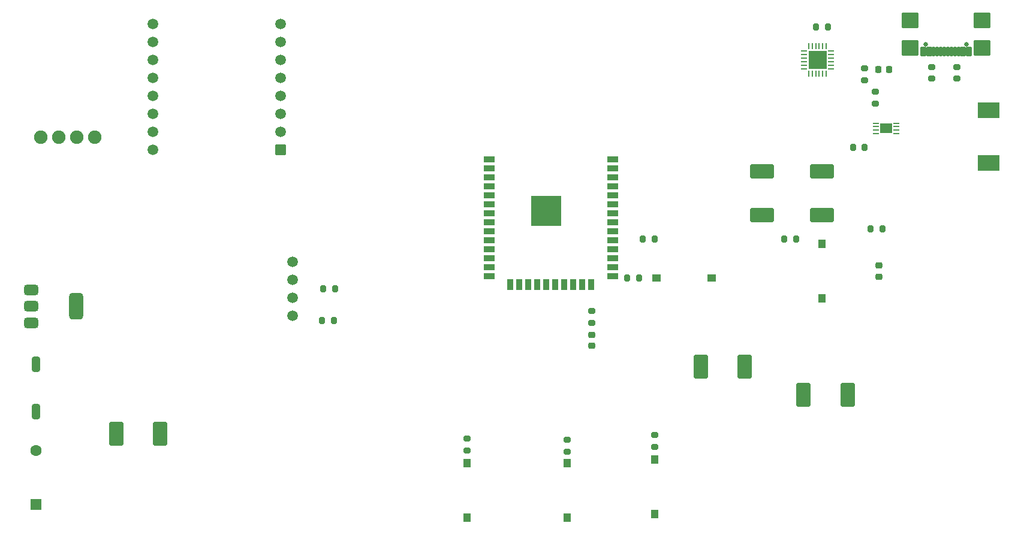
<source format=gbr>
%TF.GenerationSoftware,KiCad,Pcbnew,9.0.1*%
%TF.CreationDate,2025-10-26T11:51:32+05:30*%
%TF.ProjectId,SoundTab,536f756e-6454-4616-922e-6b696361645f,rev?*%
%TF.SameCoordinates,Original*%
%TF.FileFunction,Soldermask,Top*%
%TF.FilePolarity,Negative*%
%FSLAX46Y46*%
G04 Gerber Fmt 4.6, Leading zero omitted, Abs format (unit mm)*
G04 Created by KiCad (PCBNEW 9.0.1) date 2025-10-26 11:51:32*
%MOMM*%
%LPD*%
G01*
G04 APERTURE LIST*
G04 Aperture macros list*
%AMRoundRect*
0 Rectangle with rounded corners*
0 $1 Rounding radius*
0 $2 $3 $4 $5 $6 $7 $8 $9 X,Y pos of 4 corners*
0 Add a 4 corners polygon primitive as box body*
4,1,4,$2,$3,$4,$5,$6,$7,$8,$9,$2,$3,0*
0 Add four circle primitives for the rounded corners*
1,1,$1+$1,$2,$3*
1,1,$1+$1,$4,$5*
1,1,$1+$1,$6,$7*
1,1,$1+$1,$8,$9*
0 Add four rect primitives between the rounded corners*
20,1,$1+$1,$2,$3,$4,$5,0*
20,1,$1+$1,$4,$5,$6,$7,0*
20,1,$1+$1,$6,$7,$8,$9,0*
20,1,$1+$1,$8,$9,$2,$3,0*%
G04 Aperture macros list end*
%ADD10RoundRect,0.200000X0.275000X-0.200000X0.275000X0.200000X-0.275000X0.200000X-0.275000X-0.200000X0*%
%ADD11C,0.650000*%
%ADD12RoundRect,0.102000X0.300000X0.575000X-0.300000X0.575000X-0.300000X-0.575000X0.300000X-0.575000X0*%
%ADD13RoundRect,0.102000X0.150000X0.575000X-0.150000X0.575000X-0.150000X-0.575000X0.150000X-0.575000X0*%
%ADD14RoundRect,0.102000X1.090000X1.000000X-1.090000X1.000000X-1.090000X-1.000000X1.090000X-1.000000X0*%
%ADD15R,1.000000X1.250000*%
%ADD16RoundRect,0.200000X-0.200000X-0.275000X0.200000X-0.275000X0.200000X0.275000X-0.200000X0.275000X0*%
%ADD17C,1.500000*%
%ADD18RoundRect,0.249999X-0.757501X-1.440001X0.757501X-1.440001X0.757501X1.440001X-0.757501X1.440001X0*%
%ADD19RoundRect,0.200000X-0.275000X0.200000X-0.275000X-0.200000X0.275000X-0.200000X0.275000X0.200000X0*%
%ADD20C,1.600000*%
%ADD21RoundRect,0.250000X-0.550000X0.550000X-0.550000X-0.550000X0.550000X-0.550000X0.550000X0.550000X0*%
%ADD22R,1.250000X1.000000*%
%ADD23RoundRect,0.062500X0.337500X0.062500X-0.337500X0.062500X-0.337500X-0.062500X0.337500X-0.062500X0*%
%ADD24R,1.700000X1.400000*%
%ADD25RoundRect,0.062500X0.350000X0.062500X-0.350000X0.062500X-0.350000X-0.062500X0.350000X-0.062500X0*%
%ADD26RoundRect,0.062500X0.062500X0.350000X-0.062500X0.350000X-0.062500X-0.350000X0.062500X-0.350000X0*%
%ADD27R,2.600000X2.600000*%
%ADD28RoundRect,0.218750X0.218750X0.256250X-0.218750X0.256250X-0.218750X-0.256250X0.218750X-0.256250X0*%
%ADD29RoundRect,0.218750X0.256250X-0.218750X0.256250X0.218750X-0.256250X0.218750X-0.256250X-0.218750X0*%
%ADD30RoundRect,0.102000X0.654000X0.654000X-0.654000X0.654000X-0.654000X-0.654000X0.654000X-0.654000X0*%
%ADD31C,1.512000*%
%ADD32RoundRect,0.249999X-1.440001X0.757501X-1.440001X-0.757501X1.440001X-0.757501X1.440001X0.757501X0*%
%ADD33RoundRect,0.250000X0.310000X-0.830000X0.310000X0.830000X-0.310000X0.830000X-0.310000X-0.830000X0*%
%ADD34RoundRect,0.200000X0.200000X0.275000X-0.200000X0.275000X-0.200000X-0.275000X0.200000X-0.275000X0*%
%ADD35C,1.905000*%
%ADD36RoundRect,0.375000X-0.625000X-0.375000X0.625000X-0.375000X0.625000X0.375000X-0.625000X0.375000X0*%
%ADD37RoundRect,0.500000X-0.500000X-1.400000X0.500000X-1.400000X0.500000X1.400000X-0.500000X1.400000X0*%
%ADD38R,1.500000X0.900000*%
%ADD39R,0.900000X1.500000*%
%ADD40C,0.600000*%
%ADD41R,4.200000X4.200000*%
%ADD42R,3.100000X2.300000*%
G04 APERTURE END LIST*
D10*
%TO.C,R18*%
X152102500Y-124000000D03*
X152102500Y-122350000D03*
%TD*%
D11*
%TO.C,USB1*%
X208492500Y-66419250D03*
X202712500Y-66419250D03*
D12*
X208802500Y-67494250D03*
X208002500Y-67494250D03*
D13*
X206852500Y-67494250D03*
X205852500Y-67494250D03*
X205352500Y-67494250D03*
X204352500Y-67494250D03*
D12*
X202402500Y-67494250D03*
X203202500Y-67494250D03*
D13*
X203852500Y-67494250D03*
X204852500Y-67494250D03*
X206352500Y-67494250D03*
X207352500Y-67494250D03*
D14*
X210712500Y-66994250D03*
X200492500Y-66994250D03*
X210712500Y-63074250D03*
X200492500Y-63074250D03*
%TD*%
D10*
%TO.C,R10*%
X195602500Y-74825000D03*
X195602500Y-73175000D03*
%TD*%
D15*
%TO.C,SW2*%
X164500000Y-125125000D03*
X164500000Y-132875000D03*
%TD*%
D16*
%TO.C,R6*%
X117500000Y-105500000D03*
X119150000Y-105500000D03*
%TD*%
%TO.C,R9*%
X192452500Y-81000000D03*
X194102500Y-81000000D03*
%TD*%
D17*
%TO.C,U8*%
X113320000Y-97190000D03*
X113320000Y-99730000D03*
X113320000Y-102270000D03*
X113320000Y-104810000D03*
%TD*%
D18*
%TO.C,C2*%
X185500000Y-116000000D03*
X191705000Y-116000000D03*
%TD*%
D19*
%TO.C,R3*%
X155602500Y-104175000D03*
X155602500Y-105825000D03*
%TD*%
D16*
%TO.C,R5*%
X117675000Y-101000000D03*
X119325000Y-101000000D03*
%TD*%
D20*
%TO.C,U3*%
X77102500Y-123880000D03*
D21*
X77102500Y-131500000D03*
%TD*%
D18*
%TO.C,C5*%
X171000000Y-112000000D03*
X177205000Y-112000000D03*
%TD*%
D16*
%TO.C,R11*%
X187277500Y-64000000D03*
X188927500Y-64000000D03*
%TD*%
D22*
%TO.C,SW5*%
X164727500Y-99500000D03*
X172477500Y-99500000D03*
%TD*%
D23*
%TO.C,U7*%
X198627500Y-79100000D03*
X198627500Y-78600000D03*
X198627500Y-78100000D03*
X198627500Y-77600000D03*
X195727500Y-77600000D03*
X195727500Y-78100000D03*
X195727500Y-78600000D03*
X195727500Y-79100000D03*
D24*
X197177500Y-78350000D03*
%TD*%
D25*
%TO.C,U5*%
X189390000Y-69900000D03*
X189390000Y-69400000D03*
X189390000Y-68900000D03*
X189390000Y-68400000D03*
X189390000Y-67900000D03*
X189390000Y-67400000D03*
D26*
X188702500Y-66712500D03*
X188202500Y-66712500D03*
X187702500Y-66712500D03*
X187202500Y-66712500D03*
X186702500Y-66712500D03*
X186202500Y-66712500D03*
D25*
X185515000Y-67400000D03*
X185515000Y-67900000D03*
X185515000Y-68400000D03*
X185515000Y-68900000D03*
X185515000Y-69400000D03*
X185515000Y-69900000D03*
D26*
X186202500Y-70587500D03*
X186702500Y-70587500D03*
X187202500Y-70587500D03*
X187702500Y-70587500D03*
X188202500Y-70587500D03*
X188702500Y-70587500D03*
D27*
X187452500Y-68650000D03*
%TD*%
D28*
%TO.C,D3*%
X197602500Y-70000000D03*
X196027500Y-70000000D03*
%TD*%
D29*
%TO.C,D2*%
X155602500Y-109075000D03*
X155602500Y-107500000D03*
%TD*%
D19*
%TO.C,R7*%
X203602500Y-69675000D03*
X203602500Y-71325000D03*
%TD*%
D15*
%TO.C,SW4*%
X188102500Y-94625000D03*
X188102500Y-102375000D03*
%TD*%
D30*
%TO.C,U1*%
X111619500Y-81390000D03*
D31*
X111619500Y-78850000D03*
X111619500Y-76310000D03*
X111619500Y-73770000D03*
X111619500Y-71230000D03*
X111619500Y-68690000D03*
X111619500Y-66150000D03*
X111619500Y-63610000D03*
X93585500Y-63610000D03*
X93585500Y-66150000D03*
X93585500Y-68690000D03*
X93585500Y-71230000D03*
X93585500Y-73770000D03*
X93585500Y-76310000D03*
X93585500Y-78850000D03*
X93585500Y-81390000D03*
%TD*%
D19*
%TO.C,R4*%
X194102500Y-69850000D03*
X194102500Y-71500000D03*
%TD*%
D32*
%TO.C,C4*%
X179602500Y-84397500D03*
X179602500Y-90602500D03*
%TD*%
D19*
%TO.C,R16*%
X164500000Y-121675000D03*
X164500000Y-123325000D03*
%TD*%
%TO.C,R8*%
X207102500Y-69675000D03*
X207102500Y-71325000D03*
%TD*%
D32*
%TO.C,C3*%
X188102500Y-84397500D03*
X188102500Y-90602500D03*
%TD*%
D18*
%TO.C,C1*%
X88397500Y-121500000D03*
X94602500Y-121500000D03*
%TD*%
D33*
%TO.C,SW6*%
X77102500Y-118365000D03*
X77102500Y-111635000D03*
%TD*%
D34*
%TO.C,R2*%
X162252500Y-99500000D03*
X160602500Y-99500000D03*
%TD*%
D29*
%TO.C,D1*%
X196102500Y-99287500D03*
X196102500Y-97712500D03*
%TD*%
D15*
%TO.C,SW3*%
X138000000Y-125625000D03*
X138000000Y-133375000D03*
%TD*%
D35*
%TO.C,U4*%
X85412500Y-79620000D03*
X82872500Y-79620000D03*
X80332500Y-79620000D03*
X77792500Y-79620000D03*
%TD*%
D36*
%TO.C,U6*%
X76452500Y-101200000D03*
X76452500Y-103500000D03*
D37*
X82752500Y-103500000D03*
D36*
X76452500Y-105800000D03*
%TD*%
D38*
%TO.C,U2*%
X141057500Y-82685000D03*
X141057500Y-83955000D03*
X141057500Y-85225000D03*
X141057500Y-86495000D03*
X141057500Y-87765000D03*
X141057500Y-89035000D03*
X141057500Y-90305000D03*
X141057500Y-91575000D03*
X141057500Y-92845000D03*
X141057500Y-94115000D03*
X141057500Y-95385000D03*
X141057500Y-96655000D03*
X141057500Y-97925000D03*
X141057500Y-99195000D03*
D39*
X144097500Y-100445000D03*
X145367500Y-100445000D03*
X146637500Y-100445000D03*
X147907500Y-100445000D03*
X149177500Y-100445000D03*
X150447500Y-100445000D03*
X151717500Y-100445000D03*
X152987500Y-100445000D03*
X154257500Y-100445000D03*
X155527500Y-100445000D03*
D38*
X158557500Y-99195000D03*
X158557500Y-97925000D03*
X158557500Y-96655000D03*
X158557500Y-95385000D03*
X158557500Y-94115000D03*
X158557500Y-92845000D03*
X158557500Y-91575000D03*
X158557500Y-90305000D03*
X158557500Y-89035000D03*
X158557500Y-87765000D03*
X158557500Y-86495000D03*
X158557500Y-85225000D03*
X158557500Y-83955000D03*
X158557500Y-82685000D03*
D40*
X147602500Y-89262500D03*
X147602500Y-90787500D03*
X148365000Y-88500000D03*
X148365000Y-90025000D03*
X148365000Y-91550000D03*
X149127500Y-89262500D03*
D41*
X149127500Y-90025000D03*
D40*
X149127500Y-90787500D03*
X149890000Y-88500000D03*
X149890000Y-90025000D03*
X149890000Y-91550000D03*
X150652500Y-89262500D03*
X150652500Y-90787500D03*
%TD*%
D19*
%TO.C,R17*%
X138000000Y-122175000D03*
X138000000Y-123825000D03*
%TD*%
D16*
%TO.C,R1*%
X182777500Y-94000000D03*
X184427500Y-94000000D03*
%TD*%
D42*
%TO.C,F1*%
X211602500Y-75800000D03*
X211602500Y-83200000D03*
%TD*%
D16*
%TO.C,R12*%
X194952500Y-92500000D03*
X196602500Y-92500000D03*
%TD*%
D15*
%TO.C,SW1*%
X152102500Y-125625000D03*
X152102500Y-133375000D03*
%TD*%
D16*
%TO.C,R13*%
X162777500Y-94000000D03*
X164427500Y-94000000D03*
%TD*%
M02*

</source>
